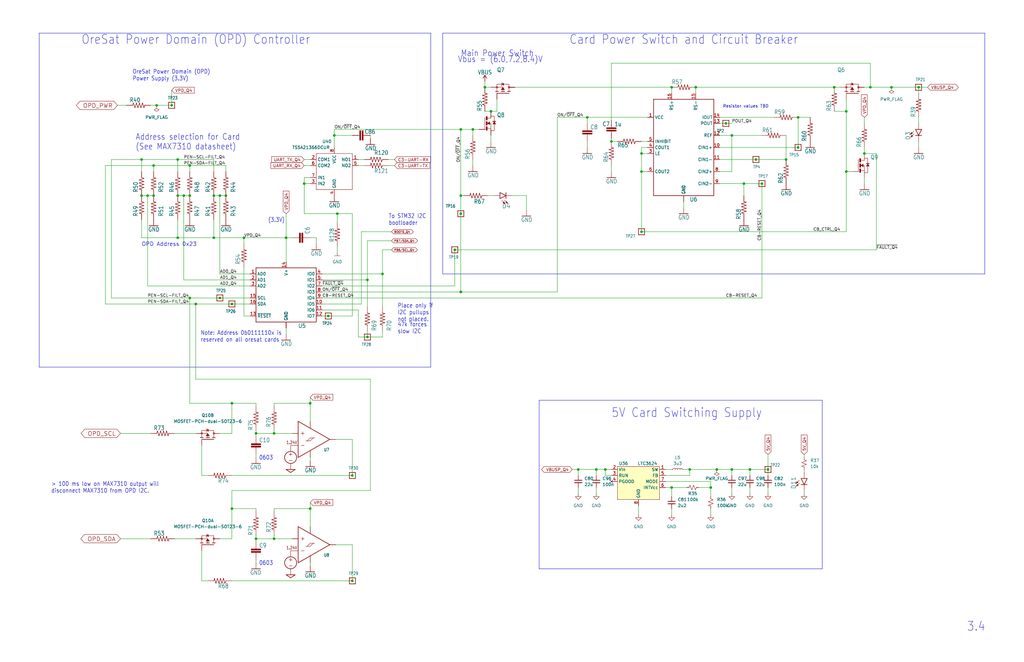
<source format=kicad_sch>
(kicad_sch (version 20230121) (generator eeschema)
  (paper "B")
  (junction (at 107.95 227.33))
  (junction (at 102.87 100.33))
  (junction (at 194.31 90.17))
  (junction (at 336.55 62.23))
  (junction (at 92.71 82.55))
  (junction (at 64.77 82.55))
  (junction (at 251.46 198.12))
  (junction (at 293.37 36.83))
  (junction (at 313.69 77.47))
  (junction (at 154.94 142.24))
  (junction (at 148.59 245.11))
  (junction (at 207.01 46.99))
  (junction (at 128.27 77.47))
  (junction (at 331.47 67.31))
  (junction (at 290.83 198.12))
  (junction (at 306.07 52.07))
  (junction (at 336.55 49.53))
  (junction (at 130.81 170.18))
  (junction (at 97.79 214.63))
  (junction (at 356.87 72.39))
  (junction (at 194.31 123.19))
  (junction (at 387.35 36.83))
  (junction (at 74.93 82.55))
  (junction (at 97.79 128.27))
  (junction (at 270.51 72.39))
  (junction (at 367.03 36.83))
  (junction (at 194.31 54.61))
  (junction (at 199.39 54.61))
  (junction (at 59.69 82.55))
  (junction (at 80.01 69.85))
  (junction (at 148.59 200.66))
  (junction (at 375.92 36.83))
  (junction (at 140.97 57.15))
  (junction (at 115.57 227.33))
  (junction (at 318.77 67.31))
  (junction (at 270.51 97.79))
  (junction (at 90.17 100.33))
  (junction (at 283.21 205.74))
  (junction (at 255.27 198.12))
  (junction (at 364.49 64.77))
  (junction (at 138.43 133.35))
  (junction (at 115.57 182.88))
  (junction (at 90.17 82.55))
  (junction (at 74.93 67.31))
  (junction (at 283.21 36.83))
  (junction (at 59.69 67.31))
  (junction (at 243.84 198.12))
  (junction (at 72.39 44.45))
  (junction (at 120.65 100.33))
  (junction (at 62.23 82.55))
  (junction (at 204.47 36.83))
  (junction (at 308.61 57.15))
  (junction (at 356.87 46.99))
  (junction (at 66.04 44.45))
  (junction (at 194.31 82.55))
  (junction (at 257.81 59.69))
  (junction (at 130.81 214.63))
  (junction (at 321.31 77.47))
  (junction (at 270.51 64.77))
  (junction (at 316.23 198.12))
  (junction (at 351.79 36.83))
  (junction (at 95.25 82.55))
  (junction (at 154.94 118.11))
  (junction (at 308.61 198.12))
  (junction (at 77.47 82.55))
  (junction (at 80.01 125.73))
  (junction (at 299.72 205.74))
  (junction (at 82.55 128.27))
  (junction (at 64.77 69.85))
  (junction (at 107.95 182.88))
  (junction (at 74.93 100.33))
  (junction (at 92.71 125.73))
  (junction (at 80.01 82.55))
  (junction (at 302.26 198.12))
  (junction (at 323.85 198.12))
  (junction (at 191.77 105.41))
  (junction (at 97.79 170.18))
  (junction (at 247.65 49.53))
  (junction (at 161.29 115.57))
  (junction (at 142.24 90.17))
  (no_connect (at 257.81 203.2))
  (wire (pts (xy 151.13 130.81) (xy 151.13 142.24)))
  (wire (pts (xy 154.94 118.11) (xy 154.94 129.54)))
  (wire (pts (xy 288.29 198.12) (xy 290.83 198.12)))
  (wire (pts (xy 80.01 170.18) (xy 80.01 125.73)))
  (wire (pts (xy 323.85 191.77) (xy 323.85 198.12)))
  (wire (pts (xy 152.4 128.27) (xy 152.4 97.79)))
  (wire (pts (xy 107.95 184.15) (xy 107.95 182.88)))
  (wire (pts (xy 46.99 125.73) (xy 80.01 125.73)))
  (wire (pts (xy 156.21 57.15) (xy 156.21 58.42)))
  (wire (pts (xy 204.47 34.29) (xy 204.47 36.83)))
  (wire (pts (xy 153.67 69.85) (xy 151.13 69.85)))
  (wire (pts (xy 356.87 46.99) (xy 356.87 72.39)))
  (wire (pts (xy 204.47 46.99) (xy 207.01 46.99)))
  (wire (pts (xy 154.94 139.7) (xy 154.94 142.24)))
  (wire (pts (xy 313.69 82.55) (xy 313.69 77.47)))
  (wire (pts (xy 356.87 46.99) (xy 356.87 41.91)))
  (wire (pts (xy 387.35 49.53) (xy 387.35 52.07)))
  (wire (pts (xy 302.26 198.12) (xy 308.61 198.12)))
  (wire (pts (xy 356.87 72.39) (xy 356.87 97.79)))
  (wire (pts (xy 66.04 44.45) (xy 72.39 44.45)))
  (polyline (pts (xy 186.69 13.97) (xy 415.29 13.97)))
  (wire (pts (xy 351.79 46.99) (xy 356.87 46.99)))
  (wire (pts (xy 130.81 100.33) (xy 133.35 100.33)))
  (wire (pts (xy 290.83 198.12) (xy 290.83 200.66)))
  (wire (pts (xy 130.81 194.31) (xy 130.81 193.04)))
  (wire (pts (xy 316.23 198.12) (xy 316.23 200.66)))
  (wire (pts (xy 80.01 82.55) (xy 77.47 82.55)))
  (wire (pts (xy 102.87 102.87) (xy 102.87 100.33)))
  (wire (pts (xy 336.55 62.23) (xy 336.55 49.53)))
  (wire (pts (xy 364.49 49.53) (xy 364.49 52.07)))
  (wire (pts (xy 97.79 128.27) (xy 82.55 128.27)))
  (polyline (pts (xy 181.61 154.94) (xy 16.51 154.94)))
  (wire (pts (xy 135.89 125.73) (xy 321.31 125.73)))
  (wire (pts (xy 105.41 128.27) (xy 97.79 128.27)))
  (wire (pts (xy 308.61 198.12) (xy 308.61 200.66)))
  (wire (pts (xy 95.25 69.85) (xy 95.25 72.39)))
  (wire (pts (xy 59.69 67.31) (xy 74.93 67.31)))
  (wire (pts (xy 283.21 214.63) (xy 283.21 217.17)))
  (wire (pts (xy 130.81 177.8) (xy 130.81 170.18)))
  (wire (pts (xy 367.03 36.83) (xy 375.92 36.83)))
  (wire (pts (xy 166.37 69.85) (xy 163.83 69.85)))
  (wire (pts (xy 270.51 62.23) (xy 270.51 64.77)))
  (wire (pts (xy 154.94 142.24) (xy 161.29 142.24)))
  (wire (pts (xy 283.21 205.74) (xy 283.21 209.55)))
  (wire (pts (xy 120.65 100.33) (xy 120.65 90.17)))
  (wire (pts (xy 161.29 129.54) (xy 161.29 115.57)))
  (wire (pts (xy 130.81 170.18) (xy 115.57 170.18)))
  (wire (pts (xy 107.95 215.9) (xy 107.95 214.63)))
  (wire (pts (xy 234.95 49.53) (xy 247.65 49.53)))
  (wire (pts (xy 105.41 133.35) (xy 102.87 133.35)))
  (wire (pts (xy 194.31 90.17) (xy 194.31 123.19)))
  (wire (pts (xy 308.61 72.39) (xy 308.61 57.15)))
  (wire (pts (xy 97.79 207.01) (xy 156.21 207.01)))
  (wire (pts (xy 336.55 49.53) (xy 341.63 49.53)))
  (wire (pts (xy 321.31 125.73) (xy 321.31 77.47)))
  (wire (pts (xy 115.57 182.88) (xy 123.19 182.88)))
  (wire (pts (xy 142.24 90.17) (xy 142.24 93.98)))
  (wire (pts (xy 339.09 198.12) (xy 339.09 199.39)))
  (wire (pts (xy 194.31 82.55) (xy 194.31 90.17)))
  (wire (pts (xy 364.49 36.83) (xy 367.03 36.83)))
  (wire (pts (xy 115.57 215.9) (xy 115.57 214.63)))
  (wire (pts (xy 195.58 82.55) (xy 194.31 82.55)))
  (wire (pts (xy 257.81 59.69) (xy 260.35 59.69)))
  (wire (pts (xy 270.51 97.79) (xy 270.51 72.39)))
  (wire (pts (xy 115.57 181.61) (xy 115.57 182.88)))
  (wire (pts (xy 255.27 198.12) (xy 255.27 200.66)))
  (wire (pts (xy 92.71 82.55) (xy 90.17 82.55)))
  (wire (pts (xy 303.53 62.23) (xy 336.55 62.23)))
  (wire (pts (xy 59.69 100.33) (xy 74.93 100.33)))
  (wire (pts (xy 288.29 87.63) (xy 288.29 85.09)))
  (wire (pts (xy 156.21 160.02) (xy 82.55 160.02)))
  (wire (pts (xy 161.29 115.57) (xy 135.89 115.57)))
  (wire (pts (xy 367.03 26.67) (xy 367.03 36.83)))
  (wire (pts (xy 97.79 170.18) (xy 80.01 170.18)))
  (wire (pts (xy 140.97 57.15) (xy 140.97 62.23)))
  (wire (pts (xy 306.07 52.07) (xy 308.61 52.07)))
  (wire (pts (xy 92.71 125.73) (xy 105.41 125.73)))
  (wire (pts (xy 77.47 118.11) (xy 77.47 82.55)))
  (wire (pts (xy 364.49 64.77) (xy 369.57 64.77)))
  (wire (pts (xy 323.85 205.74) (xy 323.85 208.28)))
  (wire (pts (xy 74.93 67.31) (xy 90.17 67.31)))
  (wire (pts (xy 62.23 82.55) (xy 59.69 82.55)))
  (wire (pts (xy 135.89 128.27) (xy 152.4 128.27)))
  (wire (pts (xy 257.81 58.42) (xy 257.81 59.69)))
  (wire (pts (xy 133.35 100.33) (xy 133.35 102.87)))
  (polyline (pts (xy 227.33 240.03) (xy 227.33 168.91)))
  (wire (pts (xy 283.21 36.83) (xy 283.21 39.37)))
  (wire (pts (xy 138.43 133.35) (xy 135.89 133.35)))
  (wire (pts (xy 318.77 67.31) (xy 331.47 67.31)))
  (wire (pts (xy 308.61 205.74) (xy 308.61 208.28)))
  (wire (pts (xy 105.41 120.65) (xy 62.23 120.65)))
  (wire (pts (xy 53.34 44.45) (xy 49.53 44.45)))
  (wire (pts (xy 82.55 160.02) (xy 82.55 128.27)))
  (wire (pts (xy 97.79 214.63) (xy 97.79 227.33)))
  (wire (pts (xy 64.77 82.55) (xy 62.23 82.55)))
  (wire (pts (xy 120.65 140.97) (xy 120.65 138.43)))
  (wire (pts (xy 339.09 191.77) (xy 339.09 193.04)))
  (wire (pts (xy 46.99 67.31) (xy 59.69 67.31)))
  (wire (pts (xy 90.17 72.39) (xy 90.17 67.31)))
  (wire (pts (xy 135.89 130.81) (xy 151.13 130.81)))
  (wire (pts (xy 303.53 49.53) (xy 326.39 49.53)))
  (wire (pts (xy 356.87 97.79) (xy 270.51 97.79)))
  (wire (pts (xy 148.59 229.87) (xy 148.59 245.11)))
  (polyline (pts (xy 181.61 13.97) (xy 181.61 154.94)))
  (wire (pts (xy 107.95 182.88) (xy 107.95 181.61)))
  (wire (pts (xy 270.51 64.77) (xy 270.51 72.39)))
  (wire (pts (xy 293.37 39.37) (xy 293.37 36.83)))
  (wire (pts (xy 387.35 59.69) (xy 387.35 62.23)))
  (wire (pts (xy 107.95 237.49) (xy 107.95 236.22)))
  (wire (pts (xy 257.81 26.67) (xy 367.03 26.67)))
  (wire (pts (xy 194.31 54.61) (xy 194.31 82.55)))
  (wire (pts (xy 323.85 200.66) (xy 323.85 198.12)))
  (wire (pts (xy 151.13 142.24) (xy 154.94 142.24)))
  (wire (pts (xy 156.21 207.01) (xy 156.21 160.02)))
  (wire (pts (xy 234.95 123.19) (xy 194.31 123.19)))
  (wire (pts (xy 251.46 198.12) (xy 251.46 200.66)))
  (wire (pts (xy 63.5 44.45) (xy 66.04 44.45)))
  (wire (pts (xy 64.77 72.39) (xy 64.77 69.85)))
  (wire (pts (xy 130.81 222.25) (xy 130.81 214.63)))
  (wire (pts (xy 270.51 64.77) (xy 273.05 64.77)))
  (wire (pts (xy 107.95 227.33) (xy 107.95 228.6)))
  (wire (pts (xy 251.46 205.74) (xy 251.46 208.28)))
  (wire (pts (xy 199.39 54.61) (xy 194.31 54.61)))
  (wire (pts (xy 299.72 203.2) (xy 299.72 205.74)))
  (wire (pts (xy 359.41 72.39) (xy 356.87 72.39)))
  (wire (pts (xy 209.55 46.99) (xy 209.55 41.91)))
  (polyline (pts (xy 346.71 168.91) (xy 346.71 240.03)))
  (wire (pts (xy 59.69 100.33) (xy 59.69 92.71)))
  (wire (pts (xy 280.67 198.12) (xy 283.21 198.12)))
  (wire (pts (xy 161.29 105.41) (xy 165.1 105.41)))
  (wire (pts (xy 135.89 118.11) (xy 154.94 118.11)))
  (polyline (pts (xy 415.29 13.97) (xy 415.29 115.57)))
  (wire (pts (xy 130.81 170.18) (xy 130.81 167.64)))
  (wire (pts (xy 44.45 69.85) (xy 64.77 69.85)))
  (wire (pts (xy 199.39 54.61) (xy 201.93 54.61)))
  (wire (pts (xy 204.47 36.83) (xy 207.01 36.83)))
  (wire (pts (xy 85.09 245.11) (xy 85.09 232.41)))
  (wire (pts (xy 243.84 198.12) (xy 251.46 198.12)))
  (wire (pts (xy 107.95 214.63) (xy 97.79 214.63)))
  (polyline (pts (xy 415.29 115.57) (xy 186.69 115.57)))
  (wire (pts (xy 166.37 67.31) (xy 163.83 67.31)))
  (wire (pts (xy 148.59 90.17) (xy 142.24 90.17)))
  (wire (pts (xy 154.94 101.6) (xy 165.1 101.6)))
  (wire (pts (xy 391.16 36.83) (xy 387.35 36.83)))
  (wire (pts (xy 234.95 123.19) (xy 234.95 49.53)))
  (wire (pts (xy 107.95 227.33) (xy 107.95 226.06)))
  (wire (pts (xy 87.63 200.66) (xy 85.09 200.66)))
  (wire (pts (xy 161.29 142.24) (xy 161.29 139.7)))
  (wire (pts (xy 255.27 200.66) (xy 257.81 200.66)))
  (wire (pts (xy 130.81 74.93) (xy 128.27 74.93)))
  (wire (pts (xy 59.69 72.39) (xy 59.69 67.31)))
  (wire (pts (xy 140.97 54.61) (xy 194.31 54.61)))
  (wire (pts (xy 105.41 115.57) (xy 92.71 115.57)))
  (wire (pts (xy 351.79 36.83) (xy 354.33 36.83)))
  (wire (pts (xy 128.27 77.47) (xy 130.81 77.47)))
  (wire (pts (xy 141.605 229.87) (xy 148.59 229.87)))
  (wire (pts (xy 130.81 214.63) (xy 130.81 212.09)))
  (wire (pts (xy 251.46 198.12) (xy 255.27 198.12)))
  (wire (pts (xy 247.65 52.07) (xy 247.65 49.53)))
  (wire (pts (xy 115.57 226.06) (xy 115.57 227.33)))
  (wire (pts (xy 270.51 72.39) (xy 273.05 72.39)))
  (wire (pts (xy 205.74 82.55) (xy 208.28 82.55)))
  (wire (pts (xy 97.79 245.11) (xy 148.59 245.11)))
  (wire (pts (xy 105.41 118.11) (xy 77.47 118.11)))
  (wire (pts (xy 215.9 82.55) (xy 221.996 82.55)))
  (wire (pts (xy 303.53 57.15) (xy 308.61 57.15)))
  (wire (pts (xy 74.93 100.33) (xy 90.17 100.33)))
  (polyline (pts (xy 227.33 168.91) (xy 346.71 168.91)))
  (polyline (pts (xy 186.69 115.57) (xy 186.69 13.97)))
  (wire (pts (xy 217.17 36.83) (xy 283.21 36.83)))
  (wire (pts (xy 313.69 77.47) (xy 303.53 77.47)))
  (wire (pts (xy 128.27 69.85) (xy 130.81 69.85)))
  (wire (pts (xy 243.84 200.66) (xy 243.84 198.12)))
  (wire (pts (xy 364.49 74.93) (xy 364.49 77.47)))
  (wire (pts (xy 44.45 128.27) (xy 44.45 69.85)))
  (wire (pts (xy 207.01 46.99) (xy 209.55 46.99)))
  (wire (pts (xy 331.47 67.31) (xy 331.47 57.15)))
  (wire (pts (xy 141.605 185.42) (xy 148.59 185.42)))
  (wire (pts (xy 80.01 72.39) (xy 80.01 69.85)))
  (wire (pts (xy 77.47 82.55) (xy 74.93 82.55)))
  (wire (pts (xy 257.81 72.39) (xy 257.81 69.85)))
  (wire (pts (xy 364.49 62.23) (xy 364.49 64.77)))
  (wire (pts (xy 128.27 67.31) (xy 130.81 67.31)))
  (wire (pts (xy 63.5 227.33) (xy 50.8 227.33)))
  (wire (pts (xy 257.81 50.8) (xy 257.81 26.67)))
  (wire (pts (xy 107.95 171.45) (xy 107.95 170.18)))
  (wire (pts (xy 161.29 105.41) (xy 161.29 115.57)))
  (wire (pts (xy 280.67 200.66) (xy 290.83 200.66)))
  (wire (pts (xy 62.23 120.65) (xy 62.23 82.55)))
  (wire (pts (xy 273.05 62.23) (xy 270.51 62.23)))
  (wire (pts (xy 308.61 198.12) (xy 316.23 198.12)))
  (wire (pts (xy 142.24 106.68) (xy 142.24 104.14)))
  (wire (pts (xy 97.79 214.63) (xy 97.79 207.01)))
  (wire (pts (xy 321.31 77.47) (xy 313.69 77.47)))
  (wire (pts (xy 299.72 205.74) (xy 299.72 209.55)))
  (wire (pts (xy 299.72 214.63) (xy 299.72 217.17)))
  (wire (pts (xy 95.25 82.55) (xy 92.71 82.55)))
  (wire (pts (xy 154.94 118.11) (xy 154.94 101.6)))
  (wire (pts (xy 90.17 100.33) (xy 90.17 92.71)))
  (wire (pts (xy 257.81 198.12) (xy 255.27 198.12)))
  (wire (pts (xy 303.53 52.07) (xy 306.07 52.07)))
  (wire (pts (xy 247.65 62.23) (xy 247.65 59.69)))
  (wire (pts (xy 107.95 193.04) (xy 107.95 191.77)))
  (wire (pts (xy 293.37 36.83) (xy 351.79 36.83)))
  (wire (pts (xy 241.3 198.12) (xy 243.84 198.12)))
  (wire (pts (xy 387.35 36.83) (xy 387.35 39.37)))
  (wire (pts (xy 273.05 59.69) (xy 270.51 59.69)))
  (wire (pts (xy 303.53 72.39) (xy 308.61 72.39)))
  (wire (pts (xy 199.39 57.15) (xy 199.39 54.61)))
  (wire (pts (xy 207.01 57.15) (xy 207.01 59.69)))
  (wire (pts (xy 135.89 123.19) (xy 194.31 123.19)))
  (wire (pts (xy 120.65 100.33) (xy 123.19 100.33)))
  (wire (pts (xy 115.57 227.33) (xy 123.19 227.33)))
  (polyline (pts (xy 346.71 240.03) (xy 227.33 240.03)))
  (wire (pts (xy 152.4 97.79) (xy 165.1 97.79)))
  (wire (pts (xy 115.57 171.45) (xy 115.57 170.18)))
  (wire (pts (xy 138.43 133.35) (xy 148.59 133.35)))
  (wire (pts (xy 191.77 120.65) (xy 135.89 120.65)))
  (wire (pts (xy 294.64 205.74) (xy 299.72 205.74)))
  (wire (pts (xy 128.27 77.47) (xy 128.27 90.17)))
  (wire (pts (xy 82.55 182.88) (xy 73.66 182.88)))
  (wire (pts (xy 130.81 214.63) (xy 115.57 214.63)))
  (wire (pts (xy 318.77 67.31) (xy 303.53 67.31)))
  (wire (pts (xy 153.67 67.31) (xy 151.13 67.31)))
  (wire (pts (xy 74.93 100.33) (xy 74.93 92.71)))
  (wire (pts (xy 140.97 57.15) (xy 148.59 57.15)))
  (wire (pts (xy 92.71 115.57) (xy 92.71 82.55)))
  (wire (pts (xy 191.77 105.41) (xy 191.77 120.65)))
  (wire (pts (xy 102.87 113.03) (xy 102.87 133.35)))
  (wire (pts (xy 316.23 198.12) (xy 323.85 198.12)))
  (wire (pts (xy 64.77 69.85) (xy 80.01 69.85)))
  (wire (pts (xy 130.81 238.76) (xy 130.81 237.49)))
  (wire (pts (xy 107.95 170.18) (xy 97.79 170.18)))
  (wire (pts (xy 46.99 125.73) (xy 46.99 67.31)))
  (wire (pts (xy 142.24 90.17) (xy 128.27 90.17)))
  (wire (pts (xy 97.79 170.18) (xy 97.79 182.88)))
  (polyline (pts (xy 16.51 154.94) (xy 16.51 13.97)))
  (wire (pts (xy 72.39 44.45) (xy 72.39 38.1)))
  (wire (pts (xy 80.01 125.73) (xy 92.71 125.73)))
  (wire (pts (xy 199.39 67.31) (xy 199.39 69.85)))
  (wire (pts (xy 74.93 72.39) (xy 74.93 67.31)))
  (wire (pts (xy 140.97 54.61) (xy 140.97 57.15)))
  (wire (pts (xy 102.87 100.33) (xy 120.65 100.33)))
  (wire (pts (xy 97.79 200.66) (xy 148.59 200.66)))
  (wire (pts (xy 97.79 227.33) (xy 92.71 227.33)))
  (wire (pts (xy 120.65 110.49) (xy 120.65 100.33)))
  (wire (pts (xy 339.09 207.01) (xy 339.09 208.28)))
  (wire (pts (xy 243.84 205.74) (xy 243.84 208.28)))
  (wire (pts (xy 97.79 182.88) (xy 92.71 182.88)))
  (wire (pts (xy 283.21 205.74) (xy 280.67 205.74)))
  (wire (pts (xy 85.09 187.96) (xy 85.09 200.66)))
  (wire (pts (xy 316.23 205.74) (xy 316.23 208.28)))
  (wire (pts (xy 369.57 105.41) (xy 191.77 105.41)))
  (wire (pts (xy 280.67 203.2) (xy 299.72 203.2)))
  (wire (pts (xy 290.83 198.12) (xy 302.26 198.12)))
  (polyline (pts (xy 16.51 13.97) (xy 181.61 13.97)))
  (wire (pts (xy 308.61 57.15) (xy 321.31 57.15)))
  (wire (pts (xy 128.27 74.93) (xy 128.27 77.47)))
  (wire (pts (xy 63.5 182.88) (xy 50.8 182.88)))
  (wire (pts (xy 87.63 245.11) (xy 85.09 245.11)))
  (wire (pts (xy 269.24 213.36) (xy 269.24 217.17)))
  (wire (pts (xy 82.55 227.33) (xy 73.66 227.33)))
  (wire (pts (xy 375.92 36.83) (xy 387.35 36.83)))
  (wire (pts (xy 148.59 133.35) (xy 148.59 90.17)))
  (wire (pts (xy 148.59 185.42) (xy 148.59 200.66)))
  (wire (pts (xy 369.57 64.77) (xy 369.57 105.41)))
  (wire (pts (xy 221.996 82.55) (xy 221.996 88.646)))
  (wire (pts (xy 107.95 182.88) (xy 115.57 182.88)))
  (wire (pts (xy 283.21 205.74) (xy 289.56 205.74)))
  (wire (pts (xy 247.65 49.53) (xy 273.05 49.53)))
  (wire (pts (xy 80.01 69.85) (xy 95.25 69.85)))
  (wire (pts (xy 82.55 128.27) (xy 44.45 128.27)))
  (wire (pts (xy 107.95 227.33) (xy 115.57 227.33)))
  (wire (pts (xy 90.17 100.33) (xy 102.87 100.33)))
  (text "> 100 ms low on MAX7310 output will\ndisconnect MAX7310 from OPD I2C." (at 21.59 208.28 0) (effects (font (size 1.778 1.5113)) (justify left bottom)))
  (text "5V Card Switching Supply" (at 257.81 176.53 0) (effects (font (size 3.81 3.2385)) (justify left bottom)))
  (text "Place only if\nI2C pullups\nnot placed." (at 167.64 135.89 0) (effects (font (size 1.778 1.5113)) (justify left bottom)))
  (text "47k forces\nslow I2C" (at 167.64 140.97 0) (effects (font (size 1.778 1.5113)) (justify left bottom)))
  (text "Main Power Switch" (at 194.31 24.13 0) (effects (font (size 2.54 2.159)) (justify left bottom)))
  (text "Note: Address 0b0111110x is\nreserved on all oresat cards" (at 84.582 144.526 0) (effects (font (size 1.778 1.5113)) (justify left bottom)))
  (text "Vbus = (6.0,7.2,8.4)V" (at 193.04 26.67 0) (effects (font (size 2.54 2.159)) (justify left bottom)))
  (text "0603" (at 109.22 194.31 0) (effects (font (size 1.778 1.5113)) (justify left bottom)))
  (text "Resistor values TBD" (at 304.8 45.72 0) (effects (font (size 1.27 1.27)) (justify left bottom)))
  (text "(3.3V)" (at 113.03 93.98 0) (effects (font (size 1.778 1.5113)) (justify left bottom)))
  (text "OreSat Power Domain (OPD) Controller" (at 34.29 19.05 0) (effects (font (size 3.81 3.2385)) (justify left bottom)))
  (text "OreSat Power Domain (OPD)\nPower Supply (3.3V)" (at 55.88 34.29 0) (effects (font (size 1.778 1.5113)) (justify left bottom)))
  (text "3.4" (at 407.67 266.7 0) (effects (font (size 3.81 3.2385)) (justify left bottom)))
  (text "To STM32 I2C\nbootloader" (at 163.83 95.25 0) (effects (font (size 1.778 1.5113)) (justify left bottom)))
  (text "OPD Address 0x23" (at 59.69 104.14 0) (effects (font (size 1.651 1.651)) (justify left bottom)))
  (text "0603" (at 109.22 238.76 0) (effects (font (size 1.778 1.5113)) (justify left bottom)))
  (text "Address selection for Card\n(See MAX7310 datasheet)" (at 57.15 63.5 0) (effects (font (size 2.54 2.159)) (justify left bottom)))
  (text "Card Power Switch and Circuit Breaker" (at 240.03 19.05 0) (effects (font (size 3.81 3.2385)) (justify left bottom)))
  (label "PEN-SCL-FILT_Q4" (at 62.23 125.73 0) (effects (font (size 1.2446 1.2446))))
  (label "PEN-SDA-FILT_Q4" (at 77.47 69.85 0) (effects (font (size 1.2446 1.2446))))
  (label "VPD_Q4" (at 102.87 100.33 0) (effects (font (size 1.2446 1.2446))))
  (label "CB_CTRL_Q4" (at 342.9 97.79 0) (effects (font (size 1.2446 1.2446))))
  (label "AD1_Q4" (at 92.71 118.11 0) (effects (font (size 1.2446 1.2446))))
  (label "CB-RESET_Q4" (at 306.07 125.73 0) (effects (font (size 1.2446 1.2446))))
  (label "POUT_Q4" (at 308.61 52.07 0) (effects (font (size 1.2446 1.2446))))
  (label "AD0_Q4" (at 92.71 115.57 0) (effects (font (size 1.2446 1.2446))))
  (label "AD2_Q4" (at 92.71 120.65 0) (effects (font (size 1.2446 1.2446))))
  (label "ON/~{OFF}_Q4" (at 135.89 123.19 0) (effects (font (size 1.2446 1.2446))))
  (label "~{FAULT_Q4}" (at 135.89 120.65 0) (effects (font (size 1.2446 1.2446))))
  (label "ON/~{OFF}_Q4" (at 234.95 49.53 0) (effects (font (size 1.2446 1.2446))))
  (label "CB-RESET_Q4" (at 321.31 101.6 90) (effects (font (size 1.2446 1.2446))))
  (label "~{FAULT_Q4}" (at 369.57 105.41 0) (effects (font (size 1.2446 1.2446))))
  (label "ON/~{OFF}_Q4" (at 194.31 68.58 90) (effects (font (size 1.2446 1.2446))))
  (label "PEN-SDA-FILT_Q4" (at 62.23 128.27 0) (effects (font (size 1.2446 1.2446))))
  (label "PEN-SCL-FILT_Q4" (at 77.47 67.31 0) (effects (font (size 1.2446 1.2446))))
  (label "CB-RESET_Q4" (at 135.89 125.73 0) (effects (font (size 1.2446 1.2446))))
  (label "ON/~{OFF}_Q4" (at 140.97 54.61 0) (effects (font (size 1.2446 1.2446))))
  (global_label "5V_Q4" (shape input) (at 323.85 191.77 90) (property "Intersheetrefs" "${INTERSHEET_REFS}" (effects hide)))
  (global_label "BOOT0_Q4" (shape bidirectional) (at 165.1 97.79 0) (effects (font (size 0.889 0.889))) (property "Intersheetrefs" "${INTERSHEET_REFS}" (effects hide)))
  (global_label "VBUSP_Q4" (shape bidirectional) (at 241.3 198.12 180) (effects (font (size 1.2446 1.2446))) (property "Intersheetrefs" "${INTERSHEET_REFS}" (effects hide)))
  (global_label "UART_TX_Q4" (shape input) (at 128.27 67.31 180) (property "Intersheetrefs" "${INTERSHEET_REFS}" (effects hide)))
  (global_label "OPD_SCL" (shape bidirectional) (at 50.8 182.88 180) (effects (font (size 1.778 1.778))) (property "Intersheetrefs" "${INTERSHEET_REFS}" (effects hide)))
  (global_label "VPD_Q4" (shape input) (at 130.81 167.64 0) (property "Intersheetrefs" "${INTERSHEET_REFS}" (effects hide)))
  (global_label "PB6/SCL_Q4" (shape bidirectional) (at 165.1 105.41 0) (effects (font (size 0.889 0.889))) (property "Intersheetrefs" "${INTERSHEET_REFS}" (effects hide)))
  (global_label "VPD_Q4" (shape input) (at 130.81 212.09 0) (property "Intersheetrefs" "${INTERSHEET_REFS}" (effects hide)))
  (global_label "OPD_PWR" (shape bidirectional) (at 49.53 44.45 180) (effects (font (size 1.778 1.778))) (property "Intersheetrefs" "${INTERSHEET_REFS}" (effects hide)))
  (global_label "VBUSP_Q4" (shape bidirectional) (at 391.16 36.83 0) (effects (font (size 1.2446 1.2446))) (property "Intersheetrefs" "${INTERSHEET_REFS}" (effects hide)))
  (global_label "C3-UART-RX" (shape input) (at 166.37 67.31 0) (property "Intersheetrefs" "${INTERSHEET_REFS}" (effects hide)))
  (global_label "VPD_Q4" (shape input) (at 364.49 49.53 90) (property "Intersheetrefs" "${INTERSHEET_REFS}" (effects hide)))
  (global_label "OPD_SDA" (shape bidirectional) (at 50.8 227.33 180) (effects (font (size 1.778 1.778))) (property "Intersheetrefs" "${INTERSHEET_REFS}" (effects hide)))
  (global_label "PB7/SDA_Q4" (shape bidirectional) (at 165.1 101.6 0) (effects (font (size 0.889 0.889))) (property "Intersheetrefs" "${INTERSHEET_REFS}" (effects hide)))
  (global_label "VPD_Q4" (shape input) (at 120.65 90.17 90) (property "Intersheetrefs" "${INTERSHEET_REFS}" (effects hide)))
  (global_label "VPD_Q4" (shape input) (at 72.39 38.1 0) (property "Intersheetrefs" "${INTERSHEET_REFS}" (effects hide)))
  (global_label "5V_Q4" (shape input) (at 339.09 191.77 90) (property "Intersheetrefs" "${INTERSHEET_REFS}" (effects hide)))
  (global_label "C3-UART-TX" (shape input) (at 166.37 69.85 0) (property "Intersheetrefs" "${INTERSHEET_REFS}" (effects hide)))
  (global_label "UART_RX_Q4" (shape input) (at 128.27 69.85 180) (property "Intersheetrefs" "${INTERSHEET_REFS}" (effects hide)))
  (symbol (lib_id "oresat-acs-card-eagle-import:GND") (at 107.95 195.58 0) (unit 1)
    (property "Reference" "#GND0126" (effects hide))
    (property "Value" "GND" (at 105.41 198.12 0) (effects (font (size 1.778 1.5113)) (justify left bottom)))
  )
  (symbol (lib_id "oresat-acs-card-eagle-import:GND") (at 120.65 143.51 0) (mirror y) (unit 1)
    (property "Reference" "#GND0128" (effects hide))
    (property "Value" "GND" (at 123.19 146.05 0) (effects (font (size 1.778 1.5113)) (justify left bottom)))
  )
  (symbol (lib_id "power:GND") (at 308.61 208.28 0) (unit 1)
    (property "Reference" "#PWR072" (effects hide))
    (property "Value" "GND" (at 308.61 213.36 0))
  )
  (symbol (lib_id "oresat-acs-card-eagle-import:TEST-POINT-LARGE-SQUARE") (at 387.35 36.83 0) (unit 1)
    (property "Reference" "TP21" (at 386.08 34.29 0) (effects (font (size 1.27 1.0795)) (justify left bottom)))
    (property "Value" "TEST-POINT-LARGE-SQUARE" (effects hide))
    (property "Footprint" "oresat-acs-card:1X01" (effects hide))
  )
  (symbol (lib_id "oresat-acs-card-eagle-import:TEST-POINT-LARGE-SQUARE") (at 306.07 52.07 0) (unit 1)
    (property "Reference" "TP2" (at 302.26 55.88 0) (effects (font (size 1.27 1.0795)) (justify left bottom)))
    (property "Value" "TEST-POINT-LARGE-SQUARE" (effects hide))
    (property "Footprint" "oresat-acs-card:1X01" (effects hide))
  )
  (symbol (lib_id "oresat-acs-card-eagle-import:R-US_0603-C-NOSILK") (at 265.43 59.69 180) (unit 1)
    (property "Reference" "R65" (at 260.35 62.23 0) (effects (font (size 1.778 1.5113)) (justify right top)))
    (property "Value" "10k" (at 265.43 62.23 0) (effects (font (size 1.778 1.5113)) (justify right top)))
    (property "Footprint" "oresat-passives:0603-C-NOSILK" (effects hide))
    (property "Value" "RC1005F6653CS" (effects hide))
  )
  (symbol (lib_id "oresat-acs-card-eagle-import:C-EU0603-C-NOSILK") (at 128.27 100.33 270) (mirror x) (unit 1)
    (property "Reference" "C6" (at 128.651 98.806 0) (effects (font (size 1.778 1.5113)) (justify left bottom)))
    (property "Value" "100n" (at 123.571 98.806 0) (effects (font (size 1.778 1.5113)) (justify left bottom)))
    (property "Footprint" "oresat-passives:0603-C-NOSILK" (effects hide))
    (property "Value" "CL10B104KB8NNNL" (effects hide))
  )
  (symbol (lib_id "oresat-acs-card-eagle-import:R-US_0603-C-NOSILK") (at 95.25 87.63 90) (unit 1)
    (property "Reference" "R43" (at 99.3394 91.44 0) (effects (font (size 1.778 1.5113)) (justify left bottom)))
    (property "Value" "NP" (at 99.06 86.36 0) (effects (font (size 1.778 1.5113)) (justify left bottom)))
    (property "Footprint" "oresat-passives:0603-C-NOSILK" (effects hide))
    (property "Value" "RC1005F6653CS" (effects hide))
  )
  (symbol (lib_id "oresat-acs-card-eagle-import:TEST-POINT-LARGE-SQUARE") (at 194.31 90.17 0) (unit 1)
    (property "Reference" "TP16" (at 187.96 87.63 0) (effects (font (size 1.27 1.0795)) (justify left bottom)))
    (property "Value" "TEST-POINT-LARGE-SQUARE" (effects hide))
    (property "Footprint" "oresat-acs-card:1X01" (effects hide))
  )
  (symbol (lib_id "oresat-acs-card-eagle-import:TEST-POINT-LARGE-SQUARE") (at 154.94 142.24 90) (unit 1)
    (property "Reference" "TP28" (at 152.4 146.05 90) (effects (font (size 1.27 1.0795)) (justify right top)))
    (property "Value" "TEST-POINT-LARGE-SQUARE" (effects hide))
    (property "Footprint" "oresat-acs-card:1X01" (effects hide))
  )
  (symbol (lib_id "oresat-acs-card-eagle-import:R-US_0603-C-NOSILK") (at 161.29 134.62 90) (unit 1)
    (property "Reference" "R70" (at 165.1 139.7 0) (effects (font (size 1.778 1.5113)) (justify left bottom)))
    (property "Value" "47k" (at 165.1 133.35 0) (effects (font (size 1.778 1.5113)) (justify left bottom)))
    (property "Footprint" "oresat-passives:0603-C-NOSILK" (effects hide))
    (property "Value" "RC0603FR-0747KL" (effects hide))
  )
  (symbol (lib_id "oresat-acs-card-eagle-import:GND") (at 387.35 64.77 0) (mirror y) (unit 1)
    (property "Reference" "#GND0144" (effects hide))
    (property "Value" "GND" (at 389.89 67.31 0) (effects (font (size 1.778 1.5113)) (justify left bottom)))
  )
  (symbol (lib_id "oresat-acs-card-eagle-import:GND") (at 207.01 62.23 0) (mirror y) (unit 1)
    (property "Reference" "#GND0135" (effects hide))
    (property "Value" "GND" (at 209.55 64.77 0) (effects (font (size 1.778 1.5113)) (justify left bottom)))
  )
  (symbol (lib_id "oresat-acs-card-eagle-import:GND") (at 364.49 80.01 0) (mirror y) (unit 1)
    (property "Reference" "#GND0143" (effects hide))
    (property "Value" "GND" (at 367.03 82.55 0) (effects (font (size 1.778 1.5113)) (justify left bottom)))
  )
  (symbol (lib_id "oresat-ics:LTC3624") (at 269.24 203.2 0) (unit 1)
    (property "Reference" "U36" (at 262.89 195.58 0))
    (property "Value" "LTC3624" (at 273.05 195.58 0))
    (property "Footprint" "oresat-ics:DFN-8-1EP_3x3mm_P0.5mm_EP1.65x2.38mm_ThermalVias0.3mm" (effects hide))
    (property "Datasheet" "https://www.analog.com/media/en/technical-documentation/data-sheets/36242fd.pdf" (effects hide))
    (property "MFG" "Analog Devices" (effects hide))
    (property "MPN" "LTC3624IDD-5#PBF" (effects hide))
    (property "Description" "IC REG BUCK 5V 2A 8DFN" (effects hide))
  )
  (symbol (lib_id "power:GND") (at 339.09 208.28 0) (unit 1)
    (property "Reference" "#PWR075" (effects hide))
    (property "Value" "GND" (at 339.09 213.36 0))
  )
  (symbol (lib_id "oresat-acs-card-eagle-import:R-US_R1206") (at 288.29 36.83 0) (unit 1)
    (property "Reference" "R57" (at 283.21 35.56 0) (effects (font (size 1.778 1.5113)) (justify left bottom)))
    (property "Value" "100m" (at 289.56 35.56 0) (effects (font (size 1.778 1.5113)) (justify left bottom)))
    (property "Footprint" "oresat-acs-card:R1206" (effects hide))
    (property "Value" "CSR1206FTR100" (effects hide))
  )
  (symbol (lib_id "oresat-acs-card-eagle-import:GND") (at 247.65 64.77 0) (mirror y) (unit 1)
    (property "Reference" "#GND0137" (effects hide))
    (property "Value" "GND" (at 250.19 67.31 0) (effects (font (size 1.778 1.5113)) (justify left bottom)))
  )
  (symbol (lib_id "oresat-acs-card-eagle-import:R-US_0603-C-NOSILK") (at 387.35 44.45 90) (unit 1)
    (property "Reference" "R39" (at 386.08 49.53 0) (effects (font (size 1.778 1.5113)) (justify left bottom)))
    (property "Value" "10k" (at 386.08 44.45 0) (effects (font (size 1.778 1.5113)) (justify left bottom)))
    (property "Footprint" "oresat-passives:0603-C-NOSILK" (effects hide))
    (property "Value" "CRGCQ0603F2K7" (effects hide))
  )
  (symbol (lib_id "oresat-acs-card-eagle-import:VBUS") (at 204.47 31.75 0) (unit 1)
    (property "Reference" "#VBUS06" (effects hide))
    (property "Value" "VBUS" (at 204.47 31.496 0) (effects (font (size 1.778 1.5113)) (justify bottom)))
  )
  (symbol (lib_id "oresat-acs-card-eagle-import:C-EU0603-C-NOSILK") (at 107.95 231.14 0) (unit 1)
    (property "Reference" "C9" (at 109.22 231.14 0) (effects (font (size 1.778 1.5113)) (justify left bottom)))
    (property "Value" "1u" (at 109.22 236.22 0) (effects (font (size 1.778 1.5113)) (justify left bottom)))
    (property "Footprint" "oresat-passives:0603-C-NOSILK" (effects hide))
    (property "Value" "CC0603KRX7R7BB105" (effects hide))
  )
  (symbol (lib_id "oresat-acs-card-eagle-import:R-US_0603-C-NOSILK") (at 64.77 77.47 90) (unit 1)
    (property "Reference" "R52" (at 68.8594 81.28 0) (effects (font (size 1.778 1.5113)) (justify left bottom)))
    (property "Value" "NP" (at 68.58 76.2 0) (effects (font (size 1.778 1.5113)) (justify left bottom)))
    (property "Footprint" "oresat-passives:0603-C-NOSILK" (effects hide))
    (property "Value" "RC1005F6653CS" (effects hide))
  )
  (symbol (lib_id "oresat-acs-card-eagle-import:TEST-POINT-LARGE-SQUARE") (at 148.59 245.11 180) (unit 1)
    (property "Reference" "TP29" (at 151.13 241.3 0) (effects (font (size 1.27 1.0795)) (justify left bottom)))
    (property "Value" "TEST-POINT-LARGE-SQUARE" (effects hide))
    (property "Footprint" "oresat-acs-card:1X01" (effects hide))
  )
  (symbol (lib_id "Device:L_Small") (at 285.75 198.12 90) (unit 1)
    (property "Reference" "L5" (at 285.75 193.04 90))
    (property "Value" "3u3" (at 285.75 195.58 90))
    (property "Footprint" "oresat-passives:L_ECS-MPI4040" (effects hide))
    (property "MFR" "Coilcraft" (effects hide))
    (property "MPN" "XGL4030-332MEC" (effects hide))
    (property "Description" "FIXED IND 3.3UH 7.5A 21.9MOHM SM" (effects hide))
  )
  (symbol (lib_id "oresat-acs-card-eagle-import:TS5A21366DCUR") (at 140.97 72.39 0) (unit 1)
    (property "Reference" "U40" (at 135.89 59.69 0) (effects (justify left)))
    (property "Value" "TS5A21366DCUR" (at 123.19 62.23 0) (effects (justify left)))
    (property "Footprint" "oresat-acs-card:DCU-R-PDSO-G8" (effects hide))
  )
  (symbol (lib_id "oresat-acs-card-eagle-import:GND") (at 130.81 196.85 0) (mirror y) (unit 1)
    (property "Reference" "#GND0129" (effects hide))
    (property "Value" "GND" (at 133.35 199.39 0) (effects (font (size 1.778 1.5113)) (justify left bottom)))
  )
  (symbol (lib_id "Device:R_Small_US") (at 292.1 205.74 90) (unit 1)
    (property "Reference" "R35" (at 292.1 208.28 90))
    (property "Value" "100k" (at 292.1 210.82 90))
    (property "Footprint" "Resistor_SMD:R_0603_1608Metric" (effects hide))
  )
  (symbol (lib_id "oresat-acs-card-eagle-import:TEST-POINT-LARGE-SQUARE") (at 191.77 105.41 0) (unit 1)
    (property "Reference" "TP19" (at 189.23 109.22 0) (effects (font (size 1.27 1.0795)) (justify left bottom)))
    (property "Value" "TEST-POINT-LARGE-SQUARE" (effects hide))
    (property "Footprint" "oresat-acs-card:1X01" (effects hide))
  )
  (symbol (lib_id "oresat-acs-card-eagle-import:R-US_0603-C-NOSILK") (at 102.87 107.95 90) (unit 1)
    (property "Reference" "R54" (at 101.3714 111.76 0) (effects (font (size 1.778 1.5113)) (justify left bottom)))
    (property "Value" "10k" (at 101.092 105.41 0) (effects (font (size 1.778 1.5113)) (justify left bottom)))
    (property "Footprint" "oresat-passives:0603-C-NOSILK" (effects hide))
    (property "Value" "RC0603FR-0710KL" (effects hide))
  )
  (symbol (lib_id "oresat-acs-card-eagle-import:R-US_0603-C-NOSILK") (at 80.01 77.47 90) (unit 1)
    (property "Reference" "R48" (at 84.0994 81.28 0) (effects (font (size 1.778 1.5113)) (justify left bottom)))
    (property "Value" "100" (at 83.82 76.2 0) (effects (font (size 1.778 1.5113)) (justify left bottom)))
    (property "Footprint" "oresat-passives:0603-C-NOSILK" (effects hide))
    (property "Value" "RC1005F6653CS" (effects hide))
  )
  (symbol (lib_id "power:GND") (at 243.84 208.28 0) (unit 1)
    (property "Reference" "#PWR067" (effects hide))
    (property "Value" "GND" (at 243.84 213.36 0))
  )
  (symbol (lib_id "oresat-acs-card-eagle-import:GND") (at 133.35 105.41 0) (mirror y) (unit 1)
    (property "Reference" "#GND0131" (effects hide))
    (property "Value" "GND" (at 135.89 107.95 0) (effects (font (size 1.778 1.5113)) (justify left bottom)))
  )
  (symbol (lib_id "oresat-acs-card-eagle-import:TEST-POINT-LARGE-SQUARE") (at 72.39 44.45 180) (unit 1)
    (property "Reference" "TP23" (at 74.93 40.64 0) (effects (font (size 1.27 1.0795)) (justify left bottom)))
    (property "Value" "TEST-POINT-LARGE-SQUARE" (effects hide))
    (property "Footprint" "oresat-acs-card:1X01" (effects hide))
  )
  (symbol (lib_id "oresat-power:GND") (at 142.24 106.68 0) (unit 1)
    (property "Reference" "#GND0149" (effects hide))
    (property "Value" "GND" (at 142.24 110.49 0))
  )
  (symbol (lib_id "power:GND") (at 269.24 217.17 0) (unit 1)
    (property "Reference" "#PWR069" (effects hide))
    (property "Value" "GND" (at 269.24 222.25 0))
  )
  (symbol (lib_id "oresat-acs-card-eagle-import:R-US_0603-C-NOSILK") (at 107.95 176.53 90) (unit 1)
    (property "Reference" "R75" (at 106.68 181.61 0) (effects (font (size 1.778 1.5113)) (justify left bottom)))
    (property "Value" "330k" (at 106.68 175.26 0) (effects (font (size 1.778 1.5113)) (justify left bottom)))
    (property "Footprint" "oresat-passives:0603-C-NOSILK" (effects hide))
    (property "Value" "MCT06030C3303FP000" (effects hide))
  )
  (symbol (lib_id "oresat-acs-card-eagle-import:MAX7310") (at 120.65 123.19 0) (unit 1)
    (property "Reference" "U5" (at 125.73 138.43 0) (effects (font (size 1.778 1.5113)) (justify left bottom)))
    (property "Value" "MAX7310ATE" (at 125.73 140.97 0) (effects (font (size 1.778 1.5113)) (justify left bottom)))
    (property "Footprint" "oresat-acs-card:QFN65P400X400X80-17T210" (effects hide))
    (property "Value" "MAX7310ATE" (effects hide))
  )
  (symbol (lib_id "oresat-acs-card-eagle-import:R-US_0603-C-NOSILK") (at 158.75 67.31 180) (unit 1)
    (property "Reference" "R120" (at 163.83 63.5 0) (effects (font (size 1.778 1.5113)) (justify left bottom)))
    (property "Value" "100" (at 157.48 63.5 0) (effects (font (size 1.778 1.5113)) (justify left bottom)))
    (property "Footprint" "oresat-passives:0603-C-NOSILK" (effects hide))
    (property "Value" "RC0603FR-0710KL" (effects hide))
  )
  (symbol (lib_id "oresat-acs-card-eagle-import:TEST-POINT-LARGE-SQUARE") (at 138.43 133.35 0) (unit 1)
    (property "Reference" "TP24" (at 135.89 137.16 0) (effects (font (size 1.27 1.0795)) (justify left bottom)))
    (property "Value" "TEST-POINT-LARGE-SQUARE" (effects hide))
    (property "Footprint" "oresat-acs-card:1X01" (effects hide))
  )
  (symbol (lib_id "oresat-acs-card-eagle-import:R-US_0603-C-NOSILK") (at 92.71 200.66 180) (unit 1)
    (property "Reference" "R74" (at 96.52 201.93 0) (effects (font (size 1.778 1.5113)) (justify left bottom)))
    (property "Value" "665k" (at 90.17 201.93 0) (effects (font (size 1.778 1.5113)) (justify left bottom)))
    (property "Footprint" "oresat-passives:0603-C-NOSILK" (effects hide))
    (property "Value" "RC0603FR-07665KL" (effects hide))
  )
  (symbol (lib_id "oresat-acs-card-eagle-import:R-US_0603-C-NOSILK") (at 142.24 99.06 90) (unit 1)
    (property "Reference" "R128" (at 140.97 102.235 0) (effects (font (size 1.778 1.5113)) (justify left bottom)))
    (property "Value" "10k" (at 146.05 101.6 0) (effects (font (size 1.778 1.5113)) (justify left bottom)))
    (property "Footprint" "oresat-passives:0603-C-NOSILK" (effects hide))
    (property "Value" "CRGCQ0603F2K7" (effects hide))
  )
  (symbol (lib_id "oresat-acs-card-eagle-import:C-EU0603-C-NOSILK") (at 153.67 57.15 270) (mirror x) (unit 1)
    (property "Reference" "C86" (at 153.67 54.61 90) (effects (font (size 1.778 1.5113)) (justify left bottom)))
    (property "Value" "100n" (at 145.415 54.61 90) (effects (font (size 1.778 1.5113)) (justify left bottom)))
    (property "Footprint" "oresat-passives:0603-C-NOSILK" (effects hide))
    (property "Value" "CL10B104KB8NNNL" (effects hide))
  )
  (symbol (lib_id "Device:C_Small") (at 243.84 203.2 0) (unit 1)
    (property "Reference" "C80" (at 246.38 201.9362 0) (effects (justify left)))
    (property "Value" "22u" (at 246.38 204.4762 0) (effects (justify left)))
    (property "Footprint" "Capacitor_SMD:C_1210_3225Metric" (effects hide))
  )
  (symbol (lib_id "oresat-acs-card-eagle-import:R-US_0603-C-NOSILK") (at 341.63 54.61 90) (unit 1)
    (property "Reference" "R60" (at 340.1314 59.69 0) (effects (font (size 1.778 1.5113)) (justify left bottom)))
    (property "Value" "NP" (at 340.36 53.34 0) (effects (font (size 1.778 1.5113)) (justify left bottom)))
    (property "Footprint" "oresat-passives:0603-C-NOSILK" (effects hide))
    (property "Value" "RC1005F6653CS" (effects hide))
  )
  (symbol (lib_id "power:GND") (at 299.72 217.17 0) (unit 1)
    (property "Reference" "#PWR071" (effects hide))
    (property "Value" "GND" (at 299.72 222.25 0))
  )
  (symbol (lib_id "oresat-acs-card-eagle-import:R-US_0603-C-NOSILK") (at 74.93 77.47 270) (unit 1)
    (property "Reference" "R46" (at 73.4314 81.28 0) (effects (font (size 1.778 1.5113)) (justify right top)))
    (property "Value" "NP" (at 73.152 76.2 0) (effects (font (size 1.778 1.5113)) (justify right top)))
    (property "Footprint" "oresat-passives:0603-C-NOSILK" (effects hide))
    (property "Value" "RC1005F6653CS" (effects hide))
  )
  (symbol (lib_id "power:PWR_FLAG") (at 375.92 36.83 180) (unit 1)
    (property "Reference" "#FLG09" (effects hide))
    (property "Value" "PWR_FLAG" (at 375.92 41.91 0))
  )
  (symbol (lib_id "Device:R_Small_US") (at 299.72 212.09 0) (unit 1)
    (property "Reference" "R36" (at 302.26 210.8199 0) (effects (justify left)))
    (property "Value" "100k" (at 302.26 213.3599 0) (effects (justify left)))
    (property "Footprint" "Resistor_SMD:R_0603_1608Metric" (effects hide))
  )
  (symbol (lib_id "oresat-acs-card-eagle-import:LED-GREEN0603") (at 387.35 54.61 0) (unit 1)
    (property "Reference" "D3" (at 383.921 59.182 90) (effects (font (size 1.778 1.778)) (justify left bottom)))
    (property "Value" "GREEN" (at 389.255 59.182 90) (effects (font (size 1.778 1.778)) (justify left top)))
    (property "Footprint" "oresat-acs-card:LED-0603" (effects hide))
    (property "Value" "SML-E12M8WT86" (effects hide))
  )
  (symbol (lib_id "oresat-acs-card-eagle-import:R-US_0603-C-NOSILK") (at 326.39 57.15 180) (unit 1)
    (property "Reference" "R61" (at 321.31 55.88 0) (effects (font (size 1.778 1.5113)) (justify right top)))
    (property "Value" "0" (at 327.66 55.88 0) (effects (font (size 1.778 1.5113)) (justify right top)))
    (property "Footprint" "oresat-passives:0603-C-NOSILK" (effects hide))
    (property "Value" "RC0603JR-070RL" (effects hide))
  )
  (symbol (lib_id "oresat-acs-card-eagle-import:R-US_0603-C-NOSILK") (at 154.94 134.62 90) (unit 1)
    (property "Reference" "R69" (at 158.75 139.7 0) (effects (font (size 1.778 1.5113)) (justify left bottom)))
    (property "Value" "47k" (at 158.75 133.35 0) (effects (font (size 1.778 1.5113)) (justify left bottom)))
    (property "Footprint" "oresat-passives:0603-C-NOSILK" (effects hide))
    (property "Value" "RC0603FR-0747KL" (effects hide))
  )
  (symbol (lib_id "oresat-acs-card-eagle-import:R-US_0603-C-NOSILK") (at 364.49 57.15 90) (unit 1)
    (property "Reference" "R66" (at 363.22 62.23 0) (effects (font (size 1.778 1.5113)) (justify left bottom)))
    (property "Value" "10k" (at 363.22 55.88 0) (effects (font (size 1.778 1.5113)) (justify left bottom)))
    (property "Footprint" "oresat-passives:0603-C-NOSILK" (effects hide))
    (property "Value" "RC0603FR-0710KL" (effects hide))
  )
  (symbol (lib_id "oresat-acs-card-eagle-import:R-US_0603-C-NOSILK") (at 68.58 227.33 0) (unit 1)
    (property "Reference" "R53" (at 64.77 226.06 0) (effects (font (size 1.778 1.5113)) (justify left bottom)))
    (property "Value" "100" (at 71.12 226.06 0) (effects (font (size 1.778 1.5113)) (justify left bottom)))
    (property "Footprint" "oresat-passives:0603-C-NOSILK" (effects hide))
    (property "Value" "RC0603FR-07100RL" (effects hide))
  )
  (symbol (lib_id "oresat-acs-card-eagle-import:TEST-POINT-LARGE-SQUARE") (at 92.71 125.73 180) (unit 1)
    (property "Reference" "TP25" (at 95.25 121.92 0) (effects (font (size 1.27 1.0795)) (justify left bottom)))
    (property "Value" "TEST-POINT-LARGE-SQUARE" (effects hide))
    (property "Footprint" "oresat-acs-card:1X01" (effects hide))
  )
  (symbol (lib_id "Device:C_Small") (at 316.23 203.2 0) (unit 1)
    (property "Reference" "C98" (at 318.77 201.9362 0) (effects (justify left)))
    (property "Value" "22u" (at 318.77 204.4762 0) (effects (justify left)))
    (property "Footprint" "Capacitor_SMD:C_1210_3225Metric" (effects hide))
    (property "MPN" "1206YD476MAT2A" (effects hide))
    (property "MFR" "KYOCERA AVX" (effects hide))
    (property "Description" "47 µF ±20% 16V Ceramic Capacitor X5R 1206 (3216 Metric)" (effects hide))
  )
  (symbol (lib_id "oresat-acs-card-eagle-import:GND") (at 199.39 72.39 0) (mirror y) (unit 1)
    (property "Reference" "#GND0134" (effects hide))
    (property "Value" "GND" (at 201.93 74.93 0) (effects (font (size 1.778 1.5113)) (justify left bottom)))
  )
  (symbol (lib_id "oresat-acs-card-eagle-import:GND") (at 156.21 60.96 0) (mirror y) (unit 1)
    (property "Reference" "#GND0133" (effects hide))
    (property "Value" "GND" (at 158.75 63.5 0) (effects (font (size 1.778 1.5113)) (justify left bottom)))
  )
  (symbol (lib_id "oresat-acs-card-eagle-import:R-US_0603-C-NOSILK") (at 92.71 245.11 180) (unit 1)
    (property "Reference" "R68" (at 96.52 246.38 0) (effects (font (size 1.778 1.5113)) (justify left bottom)))
    (property "Value" "665k" (at 90.17 246.38 0) (effects (font (size 1.778 1.5113)) (justify left bottom)))
    (property "Footprint" "oresat-passives:0603-C-NOSILK" (effects hide))
    (property "Value" "RC0603FR-07665KL" (effects hide))
  )
  (symbol (lib_id "oresat-acs-card-eagle-import:MOSFET-PCH-dual-SOT23-6") (at 87.63 229.87 90) (unit 1)
    (property "Reference" "Q10" (at 87.63 219.71 90))
    (property "Value" "MOSFET-PCH-dual-SOT23-6" (at 87.63 222.25 90))
    (property "Footprint" "oresat-acs-card:SOT23-6" (effects hide))
  )
  (symbol (lib_id "Device:C_Small") (at 308.61 203.2 0) (unit 1)
    (property "Reference" "C97" (at 311.15 201.9362 0) (effects (justify left)))
    (property "Value" "22u" (at 311.15 204.4762 0) (effects (justify left)))
    (property "Footprint" "Capacitor_SMD:C_1210_3225Metric" (effects hide))
    (property "MPN" "1206YD476MAT2A" (effects hide))
    (property "MFR" "KYOCERA AVX" (effects hide))
    (property "Description" "47 µF ±20% 16V Ceramic Capacitor X5R 1206 (3216 Metric)" (effects hide))
  )
  (symbol (lib_id "Device:R_Small_US") (at 339.09 195.58 0) (unit 1)
    (property "Reference" "R37" (at 341.63 194.3099 0) (effects (justify left)))
    (property "Value" "10k" (at 341.63 196.8499 0) (effects (justify left)))
    (property "Footprint" "Resistor_SMD:R_0603_1608Metric" (effects hide))
  )
  (symbol (lib_id "oresat-acs-card-eagle-import:TEST-POINT-LARGE-SQUARE") (at 321.31 77.47 180) (unit 1)
    (property "Reference" "TP17" (at 323.85 73.66 0) (effects (font (size 1.27 1.0795)) (justify left bottom)))
    (property "Value" "TEST-POINT-LARGE-SQUARE" (effects hide))
    (property "Footprint" "oresat-acs-card:1X01" (effects hide))
  )
  (symbol (lib_id "oresat-acs-card-eagle-import:R-US_0603-C-NOSILK") (at 351.79 41.91 90) (unit 1)
    (property "Reference" "R63" (at 350.52 46.99 0) (effects (font (size 1.778 1.5113)) (justify left bottom)))
    (property "Value" "10k" (at 350.52 40.64 0) (effects (font (size 1.778 1.5113)) (justify left bottom)))
    (property "Footprint" "oresat-passives:0603-C-NOSILK" (effects hide))
    (property "Value" "RC0603FR-0710KL" (effects hide))
  )
  (symbol (lib_id "oresat-acs-card-eagle-import:R-US_0603-C-NOSILK") (at 331.47 49.53 180) (unit 1)
    (property "Reference" "R59" (at 326.39 48.26 0) (effects (font (size 1.778 1.5113)) (justify right top)))
    (property "Value" "0" (at 332.74 48.26 0) (effects (font (size 1.778 1.5113)) (justify right top)))
    (property "Footprint" "oresat-passives:0603-C-NOSILK" (effects hide))
    (property "Value" "RC0603JR-070RL" (effects hide))
  )
  (symbol (lib_id "Device:C_Small") (at 323.85 203.2 0) (unit 1)
    (property "Reference" "C82" (at 326.39 201.9362 0) (effects (justify left)))
    (property "Value" "100n" (at 326.39 204.4762 0) (effects (justify left)))
    (property "Footprint" "Capacitor_SMD:C_0603_1608Metric" (effects hide))
    (property "MPN" "1206YD476MAT2A" (effects hide))
    (property "MFR" "KYOCERA AVX" (effects hide))
    (property "Description" "47 µF ±20% 16V Ceramic Capacitor X5R 1206 (3216 Metric)" (effects hide))
  )
  (symbol (lib_id "oresat-acs-card-eagle-import:R-US_0603-C-NOSILK") (at 64.77 87.63 90) (unit 1)
    (property "Reference" "R51" (at 68.8594 91.44 0) (effects (font (size 1.778 1.5113)) (justify left bottom)))
    (property "Value" "NP" (at 68.58 86.36 0) (effects (font (size 1.778 1.5113)) (justify left bottom)))
    (property "Footprint" "oresat-passives:0603-C-NOSILK" (effects hide))
    (property "Value" "RC1005F6653CS" (effects hide))
  )
  (symbol (lib_id "oresat-acs-card-eagle-import:R-US_0603-C-NOSILK") (at 331.47 72.39 90) (unit 1)
    (property "Reference" "R62" (at 330.2 77.47 0) (effects (font (size 1.778 1.5113)) (justify left bottom)))
    (property "Value" "NP" (at 330.2 71.12 0) (effects (font (size 1.778 1.5113)) (justify left bottom)))
    (property "Footprint" "oresat-passives:0603-C-NOSILK" (effects hide))
    (property "Value" "RC1005F6653CS" (effects hide))
  )
  (symbol (lib_id "Device:C_Small") (at 251.46 203.2 0) (unit 1)
    (property "Reference" "C96" (at 254 201.9362 0) (effects (justify left)))
    (property "Value" "100n" (at 254 204.4762 0) (effects (justify left)))
    (property "Footprint" "Capacitor_SMD:C_0603_1608Metric" (effects hide))
  )
  (symbol (lib_id "power:GND") (at 323.85 208.28 0) (unit 1)
    (property "Reference" "#PWR074" (effects hide))
    (property "Value" "GND" (at 323.85 213.36 0))
  )
  (symbol (lib_id "oresat-acs-card-eagle-import:R-US_0603-C-NOSILK") (at 107.95 220.98 90) (unit 1)
    (property "Reference" "R71" (at 106.68 226.06 0) (effects (font (size 1.778 1.5113)) (justify left bottom)))
    (property "Value" "330k" (at 106.68 219.71 0) (effects (font (size 1.778 1.5113)) (justify left bottom)))
    (property "Footprint" "oresat-passives:0603-C-NOSILK" (effects hide))
    (property "Value" "MCT06030C3303FP000" (effects hide))
  )
  (symbol (lib_id "oresat-acs-card-eagle-import:MOSFET-PCH-SOT23-6") (at 359.41 39.37 90) (unit 1)
    (property "Reference" "Q6" (at 353.06 30.48 90) (effects (font (size 1.778 1.5113)) (justify right top)))
    (property "Value" "MOSFET-PCH-SOT23-6" (at 353.06 33.02 90) (effects (font (size 1.778 1.5113)) (justify right top)))
    (property "Footprint" "oresat-acs-card:SOT23-6" (effects hide))
    (property "Value" "MOSFET-PCH-SOT23-6" (effects hide))
  )
  (symbol (lib_id "oresat-acs-card-eagle-import:R-US_0603-C-NOSILK") (at 59.69 87.63 270) (unit 1)
    (property "Reference" "R49" (at 58.1914 91.44 0) (effects (font (size 1.778 1.5113)) (justify right top)))
    (property "Value" "NP" (at 57.912 86.36 0) (effects (font (size 1.778 1.5113)) (justify right top)))
    (property "Footprint" "oresat-passives:0603-C-NOSILK" (effects hide))
    (property "Value" "RC1005F6653CS" (effects hide))
  )
  (symbol (lib_id "oresat-acs-card-eagle-import:R-US_0603-C-NOSILK") (at 90.17 87.63 270) (unit 1)
    (property "Reference" "R41" (at 88.6714 91.44 0) (effects (font (size 1.778 1.5113)) (justify right top)))
    (property "Value" "NP" (at 88.392 86.36 0) (effects (font (size 1.778 1.5113)) (justify right top)))
    (property "Footprint" "oresat-passives:0603-C-NOSILK" (effects hide))
    (property "Value" "RC1005F6653CS" (effects hide))
  )
  (symbol (lib_id "power:GND") (at 316.23 208.28 0) (unit 1)
    (property "Reference" "#PWR073" (effects hide))
    (property "Value" "GND" (at 316.23 213.36 0))
  )
  (symbol (lib_id "oresat-acs-card-eagle-import:R-US_0603-C-NOSILK") (at 90.17 77.47 270) (unit 1)
    (property "Reference" "R42" (at 88.6714 81.28 0) (effects (font (size 1.778 1.5113)) (justify right top)))
    (property "Value" "NP" (at 88.392 76.2 0) (effects (font (size 1.778 1.5113)) (justify right top)))
    (property "Footprint" "oresat-passives:0603-C-NOSILK" (effects hide))
    (property "Value" "RC1005F6653CS" (effects hide))
  )
  (symbol (lib_id "oresat-acs-card-eagle-import:TEST-POINT-LARGE-SQUARE") (at 148.59 200.66 180) (unit 1)
    (property "Reference" "TP30" (at 151.13 196.85 0) (effects (font (size 1.27 1.0795)) (justify left bottom)))
    (property "Value" "TEST-POINT-LARGE-SQUARE" (effects hide))
    (property "Footprint" "oresat-acs-card:1X01" (effects hide))
  )
  (symbol (lib_id "oresat-acs-card-eagle-import:TEST-POINT-LARGE-SQUARE") (at 97.79 128.27 0) (unit 1)
    (property "Reference" "TP26" (at 95.25 132.08 0) (effects (font (size 1.27 1.0795)) (justify left bottom)))
    (property "Value" "TEST-POINT-LARGE-SQUARE" (effects hide))
    (property "Footprint" "oresat-acs-card:1X01" (effects hide))
  )
  (symbol (lib_id "oresat-acs-card-eagle-import:PMV45EN") (at 364.49 69.85 0) (unit 1)
    (property "Reference" "Q9" (at 367.03 67.31 0) (effects (font (size 1.778 1.5113)) (justify left bottom)))
    (property "Value" "PMV45EN" (at 367.03 69.85 0) (effects (font (size 1.778 1.5113)) (justify left bottom)))
    (property "Footprint" "oresat-acs-card:SOT23" (effects hide))
    (property "Value" "PMV45EN2R" (effects hide))
  )
  (symbol (lib_id "oresat-acs-card-eagle-import:R-US_0603-C-NOSILK") (at 74.93 87.63 270) (unit 1)
    (property "Reference" "R45" (at 73.4314 91.44 0) (effects (font (size 1.778 1.5113)) (justify right top)))
    (property "Value" "NP" (at 73.152 86.36 0) (effects (font (size 1.778 1.5113)) (justify right top)))
    (property "Footprint" "oresat-passives:0603-C-NOSILK" (effects hide))
    (property "Value" "RC1005F6653CS" (effects hide))
  )
  (symbol (lib_id "oresat-acs-card-eagle-import:TEST-POINT-LARGE-SQUARE") (at 318.77 67.31 0) (unit 1)
    (property "Reference" "TP4" (at 317.5 71.12 0) (effects (font (size 1.27 1.0795)) (justify left bottom)))
    (property "Value" "TEST-POINT-LARGE-SQUARE" (effects hide))
    (property "Footprint" "oresat-acs-card:1X01" (effects hide))
  )
  (symbol (lib_id "oresat-acs-card-eagle-import:TEST-POINT-LARGE-SQUARE") (at 323.85 198.12 180) (unit 1)
    (property "Reference" "TP22" (at 328.93 195.58 0) (effects (font (size 1.27 1.0795)) (justify left bottom)))
    (property "Value" "TEST-POINT-LARGE-SQUARE" (effects hide))
    (property "Footprint" "oresat-acs-card:1X01" (effects hide))
  )
  (symbol (lib_id "oresat-acs-card-eagle-import:R-US_0603-C-NOSILK") (at 313.69 87.63 90) (unit 1)
    (property "Reference" "R58" (at 312.42 92.71 0) (effects (font (size 1.778 1.5113)) (justify left bottom)))
    (property "Value" "10k" (at 312.42 87.63 0) (effects (font (size 1.778 1.5113)) (justify left bottom)))
    (property "Footprint" "oresat-passives:0603-C-NOSILK" (effects hide))
    (property "Value" "RC0603FR-0710KL" (effects hide))
  )
  (symbol (lib_id "oresat-acs-card-eagle-import:R-US_0603-C-NOSILK") (at 204.47 41.91 90) (unit 1)
    (property "Reference" "R55" (at 203.2 46.99 0) (effects (font (size 1.778 1.5113)) (justify left bottom)))
    (property "Value" "10k" (at 203.2 40.64 0) (effects (font (size 1.778 1.5113)) (justify left bottom)))
    (property "Footprint" "oresat-passives:0603-C-NOSILK" (effects hide))
    (property "Value" "RC0603FR-0710KL" (effects hide))
  )
  (symbol (lib_id "oresat-acs-card-eagle-import:R-US_0603-C-NOSILK") (at 59.69 77.47 270) (unit 1)
    (property "Reference" "R50" (at 58.1914 81.28 0) (effects (font (size 1.778 1.5113)) (justify right top)))
    (property "Value" "100" (at 57.912 76.2 0) (effects (font (size 1.778 1.5113)) (justify right top)))
    (property "Footprint" "oresat-passives:0603-C-NOSILK" (effects hide))
    (property "Value" "RC1005F6653CS" (effects hide))
  )
  (symbol (lib_id "oresat-acs-card-eagle-import:GND") (at 288.29 90.17 0) (mirror y) (unit 1)
    (property "Reference" "#GND0139" (effects hide))
    (property "Value" "GND" (at 290.83 92.71 0) (effects (font (size 1.778 1.5113)) (justify left bottom)))
  )
  (symbol (lib_id "oresat-acs-card-eagle-import:LED-GREEN0603") (at 210.82 82.55 90) (unit 1)
    (property "Reference" "D4" (at 215.392 85.979 90) (effects (font (size 1.778 1.778)) (justify left bottom)))
    (property "Value" "AMBER" (at 215.392 80.645 90) (effects (font (size 1.778 1.778)) (justify left top)))
    (property "Footprint" "oresat-acs-card:LED-0603" (effects hide))
    (property "Value" "IN-S63AT5A" (effects hide))
  )
  (symbol (lib_id "oresat-acs-card-eagle-import:C-EU0603-C-NOSILK") (at 247.65 54.61 0) (unit 1)
    (property "Reference" "C8" (at 248.92 54.61 0) (effects (font (size 1.778 1.5113)) (justify left bottom)))
    (property "Value" "1u" (at 248.92 59.69 0) (effects (font (size 1.778 1.5113)) (justify left bottom)))
    (property "Footprint" "oresat-passives:0603-C-NOSILK" (effects hide))
    (property "Value" "CC0603KRX7R7BB105" (effects hide))
  )
  (symbol (lib_id "power:GND") (at 251.46 208.28 0) (unit 1)
    (property "Reference" "#PWR068" (effects hide))
    (property "Value" "GND" (at 251.46 213.36 0))
  )
  (symbol (lib_id "oresat-acs-card-eagle-import:MOSFET-PCH-dual-SOT23-6") (at 87.63 185.42 90) (unit 2)
    (property "Reference" "Q10" (at 87.63 175.26 90))
    (property "Value" "MOSFET-PCH-dual-SOT23-6" (at 87.63 177.8 90))
    (property "Footprint" "oresat-acs-card:SOT23-6" (effects hide))
  )
  (symbol (lib_id "oresat-acs-card-eagle-import:MAX4211") (at 288.29 59.69 0) (unit 1)
    (property "Reference" "U6" (at 290.83 85.09 0) (effects (font (size 1.778 1.5113)) (justify left bottom)))
    (property "Value" "MAX4211FETE" (at 290.83 87.63 0) (effects (font (size 1.778 1.5113)) (justify left bottom)))
    (property "Footprint" "oresat-acs-card:QFN65P400X400X80-17T210" (effects hide))
    (property "Value" "MAX4211FETE" (effects hide))
  )
  (symbol (lib_id "oresat-acs-card-eagle-import:GND") (at 140.97 85.09 0) (mirror y) (unit 1)
    (property "Reference" "#GND0132" (effects hide))
    (property "Value" "GND" (at 143.51 87.63 0) (effects (font (size 1.778 1.5113)) (justify left bottom)))
  )
  (symbol (lib_id "oresat-acs-card-eagle-import:R-US_0603-C-NOSILK") (at 115.57 220.98 90) (unit 1)
    (property "Reference" "R72" (at 114.3 224.79 0) (effects (font (size 1.778 1.5113)) (justify left bottom)))
    (property "Value" "1M" (at 114.3 218.44 0) (effects (font (size 1.778 1.5113)) (justify left bottom)))
    (property "Footprint" "oresat-passives:0603-C-NOSILK" (effects hide))
    (property "Value" "RC0603FR-071ML" (effects hide))
  )
  (symbol (lib_id "oresat-acs-card-eagle-import:GND") (at 130.81 241.3 0) (mirror y) (unit 1)
    (property "Reference" "#GND0130" (effects hide))
    (property "Value" "GND" (at 133.35 243.84 0) (effects (font (size 1.778 1.5113)) (justify left bottom)))
  )
  (symbol (lib_id "oresat-acs-card-eagle-import:GND") (at 107.95 240.03 0) (unit 1)
    (property "Reference" "#GND0127" (effects hide))
    (property "Value" "GND" (at 105.41 242.57 0) (effects (font (size 1.778 1.5113)) (justify left bottom)))
  )
  (symbol (lib_id "oresat-acs-card-eagle-import:GND") (at 64.77 95.25 0) (mirror y) (unit 1)
    (property "Reference" "#GND0123" (effects hide))
    (property "Value" "GND" (at 67.31 97.79 0) (effects (font (size 1.778 1.5113)) (justify left bottom)))
  )
  (symbol (lib_id "power:GND") (at 283.21 217.17 0) (unit 1)
    (property "Reference" "#PWR070" (effects hide))
    (property "Value" "GND" (at 283.21 222.25 0))
  )
  (symbol (lib_id "oresat-acs-card-eagle-import:C-EU0603-C-NOSILK") (at 107.95 186.69 0) (unit 1)
    (property "Reference" "C10" (at 109.22 186.69 0) (effects (font (size 1.778 1.5113)) (justify left bottom)))
    (property "Value" "1u" (at 109.22 191.77 0) (effects (font (size 1.778 1.5113)) (justify left bottom)))
    (property "Footprint" "oresat-passives:0603-C-NOSILK" (effects hide))
    (property "Value" "CC0603KRX7R7BB105" (effects hide))
  )
  (symbol (lib_id "power:PWR_FLAG") (at 302.26 198.12 180) (unit 1)
    (property "Reference" "#FLG05" (effects hide))
    (property "Value" "PWR_FLAG" (at 302.26 201.93 0))
  )
  (symbol (lib_id "oresat-acs-card-eagle-import:MIC842LYC5") (at 130.81 229.87 0) (unit 1)
    (property "Reference" "U8" (at 136.525 234.95 0) (effects (font (size 1.27 1.0795)) (justify left bottom)))
    (property "Value" "MIC842LYC5" (at 136.525 236.22 0) (effects (font (size 1.27 1.0795)) (justify left bottom)))
    (property "Footprint" "oresat-acs-card:SC70-5" (effects hide))
    (property "Value" "MIC842LYC5-TR" (effects hide))
  )
  (symbol (lib_id "oresat-acs-card-eagle-import:GND") (at 80.01 95.25 0) (mirror y) (unit 1)
    (property "Reference" "#GND0124" (effects hide))
    (property "Value" "GND" (at 82.55 97.79 0) (effects (font (size 1.778 1.5113)) (justify left bottom)))
  )
  (symbol (lib_id "oresat-acs-card-eagle-import:R-US_0603-C-NOSILK") (at 200.66 82.55 180) (unit 1)
    (property "Reference" "R67" (at 204.47 84.0486 0) (effects (font (size 1.778 1.5113)) (justify left bottom)))
    (property "Value" "4.7k" (at 204.47 79.248 0) (effects (font (size 1.778 1.5113)) (justify left bottom)))
    (property "Footprint" "oresat-passives:0603-C-NOSILK" (effects hide))
    (property "Value" "CRGCQ0603F2K7" (effects hide))
  )
  (symbol (lib_id "oresat-acs-card-eagle-import:MIC842LYC5") (at 130.81 185.42 0) (unit 1)
    (property "Reference" "U7" (at 136.525 190.5 0) (effects (font (size 1.27 1.0795)) (justify left bottom)))
    (property "Value" "MIC842LYC5" (at 136.525 191.77 0) (effects (font (size 1.27 1.0795)) (justify left bottom)))
    (property "Footprint" "oresat-acs-card:SC70-5" (effects hide))
    (property "Value" "MIC842LYC5-TR" (effects hide))
  )
  (symbol (lib_id "oresat-acs-card-eagle-import:GND") (at 95.25 95.25 0) (mirror y) (unit 1)
    (property "Reference" "#GND0125" (effects hide))
    (property "Value" "GND" (at 97.79 97.79 0) (effects (font (size 1.778 1.5113)) (justify left bottom)))
  )
  (symbol (lib_id "oresat-acs-card-eagle-import:R-US_0603-C-NOSILK") (at 158.75 69.85 180) (unit 1)
    (property "Reference" "R121" (at 163.83 71.12 0) (effects (font (size 1.778 1.5113)) (justify left bottom)))
    (property "Value" "100" (at 157.48 71.12 0) (effects (font (size 1.778 1.5113)) (justify left bottom)))
    (property "Footprint" "oresat-passives:0603-C-NOSILK" (effects hide))
    (property "Value" "RC0603FR-0710KL" (effects hide))
  )
  (symbol (lib_id "oresat-acs-card-eagle-import:C-EU0603-C-NOSILK") (at 257.81 55.88 0) (mirror x) (unit 1)
    (property "Reference" "C7" (at 254 53.34 0) (effects (font (size 1.778 1.5113)) (justify left top)))
    (property "Value" "1u" (at 259.08 53.34 0) (effects (font (size 1.778 1.5113)) (justify left top)))
    (property "Footprint" "oresat-passives:0603-C-NOSILK" (effects hide))
  )
  (symbol (lib_id "oresat-acs-card-eagle-import:R-US_0603-C-NOSILK") (at 199.39 62.23 90) (unit 1)
    (property "Reference" "R56" (at 198.12 67.31 0) (effects (font (size 1.778 1.5113)) (justify left bottom)))
    (property "Value" "10k" (at 198.12 60.96 0) (effects (font (size 1.778 1.5113)) (justify left bottom)))
    (property "Footprint" "oresat-passives:0603-C-NOSILK" (effects hide))
    (property "Value" "RC0603FR-0710KL" (effects hide))
  )
  (symbol (lib_id "oresat-acs-card-eagle-import:R-US_0603-C-NOSILK") (at 257.81 64.77 90) (unit 1)
    (property "Reference" "R64" (at 256.54 68.58 0) (effects (font (size 1.778 1.5113)) (justify left bottom)))
    (property "Value" "100k" (at 256.54 63.5 0) (effects (font (size 1.778 1.5113)) (justify left bottom)))
    (property "Footprint" "oresat-passives:0603-C-NOSILK" (effects hide))
    (property "Value" "RC1005F6653CS" (effects hide))
  )
  (symbol (lib_id "oresat-acs-card-eagle-import:R-US_0603-C-NOSILK") (at 68.58 182.88 0) (unit 1)
    (property "Reference" "R73" (at 64.77 181.61 0) (effects (font (size 1.778 1.5113)) (justify left bottom)))
    (property "Value" "100" (at 71.12 181.61 0) (effects (font (size 1.778 1.5113)) (justify left bottom)))
    (property "Footprint" "oresat-passives:0603-C-NOSILK" (effects hide))
    (property "Value" "RC0603FR-07100RL" (effects hide))
  )
  (symbol (lib_id "oresat-acs-card-eagle-import:GND") (at 341.63 62.23 0) (mirror y) (unit 1)
    (property "Reference" "#GND0142" (effects hide))
    (property "Value" "GND" (at 344.17 64.77 0) (effects (font (size 1.778 1.5113)) (justify left bottom)))
  )
  (symbol (lib_id "oresat-acs-card-eagle-import:TEST-POINT-LARGE-SQUARE") (at 336.55 62.23 0) (unit 1)
    (property "Reference" "TP15" (at 332.74 66.04 0) (effects (font (size 1.27 1.0795)) (justify left bottom)))
    (property "Value" "TEST-POINT-LARGE-SQUARE" (effects hide))
    (property "Footprint" "oresat-acs-card:1X01" (effects hide))
  )
  (symbol (lib_id "oresat-acs-card-eagle-import:GND") (at 331.47 80.01 0) (mirror y) (unit 1)
    (property "Reference" "#GND0141" (effects hide))
    (property "Value" "GND" (at 334.01 82.55 0) (effects (font (size 1.778 1.5113)) (justify left bottom)))
  )
  (symbol (lib_id "oresat-acs-card-eagle-import:TEST-POINT-LARGE-SQUARE") (at 270.51 97.79 0) (mirror y) (unit 1)
    (property "Reference" "TP27" (at 267.97 100.33 0) (effects (font (size 1.27 1.0795)) (justify left bottom)))
    (property "Value" "TEST-POINT-LARGE-SQUARE" (effects hide))
    (property "Footprint" "oresat-acs-card:1X01" (effects hide))
  )
  (symbol (lib_id "oresat-acs-card-eagle-import:MOSFET-PCH-SOT23-6") (at 212.09 39.37 90) (unit 1)
    (property "Reference" "Q7" (at 209.55 30.48 90) (effects (font (size 1.778 1.5113)) (justify right top)))
    (property "Value" "MOSFET-PCH-SOT23-6" (at 209.55 33.02 90) (effects (font (size 1.778 1.5113)) (justify right top)))
    (property "Footprint" "oresat-acs-card:SOT23-6" (effects hide))
    (property "Value" "MOSFET-PCH-SOT23-6" (effects hide))
  )
  (symbol (lib_id "oresat-acs-card-eagle-import:GND") (at 313.69 95.25 0) (mirror y) (unit 1)
    (property "Reference" "#GND0140" (effects hide))
    (property "Value" "GND" (at 316.23 97.79 0) (effects (font (size 1.778 1.5113)) (justify left bottom)))
  )
  (symbol (lib_id "oresat-acs-card-eagle-import:R-US_0603-C-NOSILK") (at 95.25 77.47 90) (unit 1)
    (property "Reference" "R44" (at 99.3394 81.28 0) (effects (font (size 1.778 1.5113)) (justify left bottom)))
    (property "Value" "100" (at 99.06 76.2 0) (effects (font (size 1.778 1.5113)) (justify left bottom)))
    (property "Footprint" "oresat-passives:0603-C-NOSILK" (effects hide))
    (property "Value" "RC1005F6653CS" (effects hide))
  )
  (symbol (lib_id "Device:C_Small") (at 283.21 212.09 0) (unit 1)
    (property "Reference" "C81" (at 285.75 210.8262 0) (effects (justify left)))
    (property "Value" "2u2" (at 285.75 213.3662 0) (effects (justify left)))
    (property "Footprint" "Capacitor_SMD:C_0603_1608Metric" (effects hide))
  )
  (symbol (lib_id "oresat-acs-card-eagle-import:R-US_0603-C-NOSILK") (at 115.57 176.53 90) (unit 1)
    (property "Reference" "R76" (at 114.3 180.34 0) (effects (font (size 1.778 1.5113)) (justify left bottom)))
    (property "Value" "1M" (at 114.3 173.99 0) (effects (font (size 1.778 1.5113)) (justify left bottom)))
    (property "Footprint" "oresat-passives:0603-C-NOSILK" (effects hide))
    (property "Value" "RC0603FR-071ML" (effects hide))
  )
  (symbol (lib_id "power:PWR_FLAG") (at 66.04 44.45 180) (unit 1)
    (property "Reference" "#FLG015" (effects hide))
    (property "Value" "PWR_FLAG" (at 66.04 49.53 0))
  )
  (symbol (lib_id "oresat-acs-card-eagle-import:R-US_0603-C-NOSILK") (at 58.42 44.45 0) (unit 1)
    (property "Reference" "R40" (at 54.61 43.18 0) (effects (font (size 1.778 1.5113)) (justify left bottom)))
    (property "Value" "10" (at 60.96 43.18 0) (effects (font (size 1.778 1.5113)) (justify left bottom)))
    (property "Footprint" "oresat-passives:0603-C-NOSILK" (effects hide))
    (property "Value" "RC0603FR-0710RL" (effects hide))
  )
  (symbol (lib_id "oresat-acs-card-eagle-import:PMV45EN") (at 207.01 52.07 0) (unit 1)
    (property "Reference" "Q8" (at 209.55 49.53 0) (effects (font (size 1.778 1.5113)) (justify left bottom)))
    (property "Value" "PMV45EN" (at 209.55 52.07 0) (effects (font (size 1.778 1.5113)) (justify left bottom)))
    (property "Footprint" "oresat-acs-card:SOT23" (effects hide))
    (property "Value" "PMV45EN2R" (effects hide))
  )
  (symbol (lib_id "oresat-acs-card-eagle-import:LED-GREEN0603") (at 339.09 201.93 0) (unit 1)
    (property "Reference" "D11" (at 335.661 206.502 90) (effects (font (size 1.778 1.778)) (justify left bottom)))
    (property "Value" "LED-GREEN0603" (effects hide))
    (property "Footprint" "oresat-acs-card:LED-0603" (effects hide))
    (property "Value" "LED-GREEN0603" (effects hide))
    (property "Description" "Green 525nm LED 3.2V 0603" (effects hide))
    (property "MPN" "150060GS75020" (effects hide))
    (property "Distributor" "DigiKey" (effects hide))
  )
  (symbol (lib_id "oresat-acs-card-eagle-import:GND") (at 257.81 74.93 0) (mirror y) (unit 1)
    (property "Reference" "#GND0138" (effects hide))
    (property "Value" "GND" (at 260.35 77.47 0) (effects (font (size 1.778 1.5113)) (justify left bottom)))
  )
  (symbol (lib_id "oresat-acs-card-eagle-import:GND") (at 221.996 91.186 0) (mirror y) (unit 1)
    (property "Reference" "#GND0136" (effects hide))
    (property "Value" "GND" (at 224.536 93.726 0) (effects (font (size 1.778 1.5113)) (justify left bottom)))
  )
  (symbol (lib_id "oresat-acs-card-eagle-import:R-US_0603-C-NOSILK") (at 80.01 87.63 90) (unit 1)
    (property "Reference" "R47" (at 84.0994 91.44 0) (effects (font (size 1.778 1.5113)) (justify left bottom)))
    (property "Value" "NP" (at 83.82 86.36 0) (effects (font (size 1.778 1.5113)) (justify left bottom)))
    (property "Footprint" "oresat-passives:0603-C-NOSILK" (effects hide))
    (property "Value" "RC1005F6653CS" (effects hide))
  )
)
</source>
